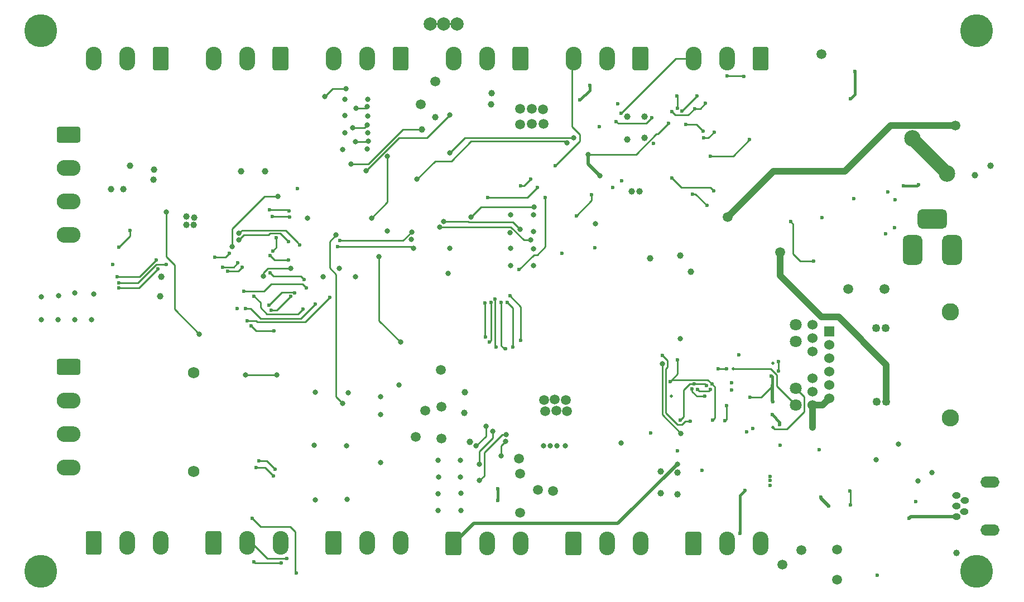
<source format=gbr>
G04 #@! TF.GenerationSoftware,KiCad,Pcbnew,5.1.7-a382d34a8~88~ubuntu20.04.1*
G04 #@! TF.CreationDate,2021-05-17T05:52:38-05:00*
G04 #@! TF.ProjectId,access-controller,61636365-7373-42d6-936f-6e74726f6c6c,rev?*
G04 #@! TF.SameCoordinates,Original*
G04 #@! TF.FileFunction,Copper,L4,Bot*
G04 #@! TF.FilePolarity,Positive*
%FSLAX46Y46*%
G04 Gerber Fmt 4.6, Leading zero omitted, Abs format (unit mm)*
G04 Created by KiCad (PCBNEW 5.1.7-a382d34a8~88~ubuntu20.04.1) date 2021-05-17 05:52:38*
%MOMM*%
%LPD*%
G01*
G04 APERTURE LIST*
G04 #@! TA.AperFunction,ComponentPad*
%ADD10O,2.400000X3.600000*%
G04 #@! TD*
G04 #@! TA.AperFunction,ComponentPad*
%ADD11C,5.000000*%
G04 #@! TD*
G04 #@! TA.AperFunction,ComponentPad*
%ADD12C,1.750000*%
G04 #@! TD*
G04 #@! TA.AperFunction,ComponentPad*
%ADD13O,1.300000X1.000000*%
G04 #@! TD*
G04 #@! TA.AperFunction,ComponentPad*
%ADD14O,2.900000X1.700000*%
G04 #@! TD*
G04 #@! TA.AperFunction,ComponentPad*
%ADD15O,3.600000X2.400000*%
G04 #@! TD*
G04 #@! TA.AperFunction,ComponentPad*
%ADD16C,1.250000*%
G04 #@! TD*
G04 #@! TA.AperFunction,ComponentPad*
%ADD17R,1.524000X1.524000*%
G04 #@! TD*
G04 #@! TA.AperFunction,ComponentPad*
%ADD18C,1.524000*%
G04 #@! TD*
G04 #@! TA.AperFunction,ComponentPad*
%ADD19C,1.800000*%
G04 #@! TD*
G04 #@! TA.AperFunction,ComponentPad*
%ADD20C,2.610000*%
G04 #@! TD*
G04 #@! TA.AperFunction,ComponentPad*
%ADD21C,2.630000*%
G04 #@! TD*
G04 #@! TA.AperFunction,ViaPad*
%ADD22C,1.500000*%
G04 #@! TD*
G04 #@! TA.AperFunction,ViaPad*
%ADD23C,0.800000*%
G04 #@! TD*
G04 #@! TA.AperFunction,ViaPad*
%ADD24C,1.000000*%
G04 #@! TD*
G04 #@! TA.AperFunction,ViaPad*
%ADD25C,0.600000*%
G04 #@! TD*
G04 #@! TA.AperFunction,ViaPad*
%ADD26C,0.500000*%
G04 #@! TD*
G04 #@! TA.AperFunction,ViaPad*
%ADD27C,2.000000*%
G04 #@! TD*
G04 #@! TA.AperFunction,ViaPad*
%ADD28C,2.500000*%
G04 #@! TD*
G04 #@! TA.AperFunction,Conductor*
%ADD29C,0.500000*%
G04 #@! TD*
G04 #@! TA.AperFunction,Conductor*
%ADD30C,0.250000*%
G04 #@! TD*
G04 #@! TA.AperFunction,Conductor*
%ADD31C,0.400000*%
G04 #@! TD*
G04 #@! TA.AperFunction,Conductor*
%ADD32C,2.000000*%
G04 #@! TD*
G04 #@! TA.AperFunction,Conductor*
%ADD33C,1.000000*%
G04 #@! TD*
G04 APERTURE END LIST*
D10*
X221740000Y-38700000D03*
X226820000Y-38700000D03*
G04 #@! TA.AperFunction,ComponentPad*
G36*
G01*
X233100000Y-37233600D02*
X233100000Y-40166400D01*
G75*
G02*
X232766400Y-40500000I-333600J0D01*
G01*
X231033600Y-40500000D01*
G75*
G02*
X230700000Y-40166400I0J333600D01*
G01*
X230700000Y-37233600D01*
G75*
G02*
X231033600Y-36900000I333600J0D01*
G01*
X232766400Y-36900000D01*
G75*
G02*
X233100000Y-37233600I0J-333600D01*
G01*
G37*
G04 #@! TD.AperFunction*
D11*
X122700000Y-34500000D03*
X264700000Y-34500000D03*
X122700000Y-116500000D03*
X264700000Y-116500000D03*
D12*
X145900000Y-101400000D03*
X145900000Y-86400000D03*
D13*
X261645400Y-105007400D03*
X261645400Y-108207800D03*
X262839200Y-107420400D03*
X262864600Y-105794800D03*
X261645400Y-106607600D03*
D14*
X266700000Y-102950000D03*
X266700000Y-110239800D03*
D15*
X126900000Y-65500000D03*
X126900000Y-60420000D03*
X126900000Y-55340000D03*
G04 #@! TA.AperFunction,ComponentPad*
G36*
G01*
X125433600Y-49060000D02*
X128366400Y-49060000D01*
G75*
G02*
X128700000Y-49393600I0J-333600D01*
G01*
X128700000Y-51126400D01*
G75*
G02*
X128366400Y-51460000I-333600J0D01*
G01*
X125433600Y-51460000D01*
G75*
G02*
X125100000Y-51126400I0J333600D01*
G01*
X125100000Y-49393600D01*
G75*
G02*
X125433600Y-49060000I333600J0D01*
G01*
G37*
G04 #@! TD.AperFunction*
D10*
X203500000Y-38700000D03*
X208580000Y-38700000D03*
G04 #@! TA.AperFunction,ComponentPad*
G36*
G01*
X214860000Y-37233600D02*
X214860000Y-40166400D01*
G75*
G02*
X214526400Y-40500000I-333600J0D01*
G01*
X212793600Y-40500000D01*
G75*
G02*
X212460000Y-40166400I0J333600D01*
G01*
X212460000Y-37233600D01*
G75*
G02*
X212793600Y-36900000I333600J0D01*
G01*
X214526400Y-36900000D01*
G75*
G02*
X214860000Y-37233600I0J-333600D01*
G01*
G37*
G04 #@! TD.AperFunction*
X185300000Y-38700000D03*
X190380000Y-38700000D03*
G04 #@! TA.AperFunction,ComponentPad*
G36*
G01*
X196660000Y-37233600D02*
X196660000Y-40166400D01*
G75*
G02*
X196326400Y-40500000I-333600J0D01*
G01*
X194593600Y-40500000D01*
G75*
G02*
X194260000Y-40166400I0J333600D01*
G01*
X194260000Y-37233600D01*
G75*
G02*
X194593600Y-36900000I333600J0D01*
G01*
X196326400Y-36900000D01*
G75*
G02*
X196660000Y-37233600I0J-333600D01*
G01*
G37*
G04 #@! TD.AperFunction*
X167120000Y-38700000D03*
X172200000Y-38700000D03*
G04 #@! TA.AperFunction,ComponentPad*
G36*
G01*
X178480000Y-37233600D02*
X178480000Y-40166400D01*
G75*
G02*
X178146400Y-40500000I-333600J0D01*
G01*
X176413600Y-40500000D01*
G75*
G02*
X176080000Y-40166400I0J333600D01*
G01*
X176080000Y-37233600D01*
G75*
G02*
X176413600Y-36900000I333600J0D01*
G01*
X178146400Y-36900000D01*
G75*
G02*
X178480000Y-37233600I0J-333600D01*
G01*
G37*
G04 #@! TD.AperFunction*
X148900000Y-38700000D03*
X153980000Y-38700000D03*
G04 #@! TA.AperFunction,ComponentPad*
G36*
G01*
X160260000Y-37233600D02*
X160260000Y-40166400D01*
G75*
G02*
X159926400Y-40500000I-333600J0D01*
G01*
X158193600Y-40500000D01*
G75*
G02*
X157860000Y-40166400I0J333600D01*
G01*
X157860000Y-37233600D01*
G75*
G02*
X158193600Y-36900000I333600J0D01*
G01*
X159926400Y-36900000D01*
G75*
G02*
X160260000Y-37233600I0J-333600D01*
G01*
G37*
G04 #@! TD.AperFunction*
X130720000Y-38700000D03*
X135800000Y-38700000D03*
G04 #@! TA.AperFunction,ComponentPad*
G36*
G01*
X142080000Y-37233600D02*
X142080000Y-40166400D01*
G75*
G02*
X141746400Y-40500000I-333600J0D01*
G01*
X140013600Y-40500000D01*
G75*
G02*
X139680000Y-40166400I0J333600D01*
G01*
X139680000Y-37233600D01*
G75*
G02*
X140013600Y-36900000I333600J0D01*
G01*
X141746400Y-36900000D01*
G75*
G02*
X142080000Y-37233600I0J-333600D01*
G01*
G37*
G04 #@! TD.AperFunction*
D15*
X126900000Y-100740000D03*
X126900000Y-95660000D03*
X126900000Y-90580000D03*
G04 #@! TA.AperFunction,ComponentPad*
G36*
G01*
X125433600Y-84300000D02*
X128366400Y-84300000D01*
G75*
G02*
X128700000Y-84633600I0J-333600D01*
G01*
X128700000Y-86366400D01*
G75*
G02*
X128366400Y-86700000I-333600J0D01*
G01*
X125433600Y-86700000D01*
G75*
G02*
X125100000Y-86366400I0J333600D01*
G01*
X125100000Y-84633600D01*
G75*
G02*
X125433600Y-84300000I333600J0D01*
G01*
G37*
G04 #@! TD.AperFunction*
D10*
X213660000Y-112300000D03*
X208580000Y-112300000D03*
G04 #@! TA.AperFunction,ComponentPad*
G36*
G01*
X202300000Y-113766400D02*
X202300000Y-110833600D01*
G75*
G02*
X202633600Y-110500000I333600J0D01*
G01*
X204366400Y-110500000D01*
G75*
G02*
X204700000Y-110833600I0J-333600D01*
G01*
X204700000Y-113766400D01*
G75*
G02*
X204366400Y-114100000I-333600J0D01*
G01*
X202633600Y-114100000D01*
G75*
G02*
X202300000Y-113766400I0J333600D01*
G01*
G37*
G04 #@! TD.AperFunction*
X231860000Y-112300000D03*
X226780000Y-112300000D03*
G04 #@! TA.AperFunction,ComponentPad*
G36*
G01*
X220500000Y-113766400D02*
X220500000Y-110833600D01*
G75*
G02*
X220833600Y-110500000I333600J0D01*
G01*
X222566400Y-110500000D01*
G75*
G02*
X222900000Y-110833600I0J-333600D01*
G01*
X222900000Y-113766400D01*
G75*
G02*
X222566400Y-114100000I-333600J0D01*
G01*
X220833600Y-114100000D01*
G75*
G02*
X220500000Y-113766400I0J333600D01*
G01*
G37*
G04 #@! TD.AperFunction*
X195460000Y-112300000D03*
X190380000Y-112300000D03*
G04 #@! TA.AperFunction,ComponentPad*
G36*
G01*
X184100000Y-113766400D02*
X184100000Y-110833600D01*
G75*
G02*
X184433600Y-110500000I333600J0D01*
G01*
X186166400Y-110500000D01*
G75*
G02*
X186500000Y-110833600I0J-333600D01*
G01*
X186500000Y-113766400D01*
G75*
G02*
X186166400Y-114100000I-333600J0D01*
G01*
X184433600Y-114100000D01*
G75*
G02*
X184100000Y-113766400I0J333600D01*
G01*
G37*
G04 #@! TD.AperFunction*
X177260000Y-112200000D03*
X172180000Y-112200000D03*
G04 #@! TA.AperFunction,ComponentPad*
G36*
G01*
X165900000Y-113666400D02*
X165900000Y-110733600D01*
G75*
G02*
X166233600Y-110400000I333600J0D01*
G01*
X167966400Y-110400000D01*
G75*
G02*
X168300000Y-110733600I0J-333600D01*
G01*
X168300000Y-113666400D01*
G75*
G02*
X167966400Y-114000000I-333600J0D01*
G01*
X166233600Y-114000000D01*
G75*
G02*
X165900000Y-113666400I0J333600D01*
G01*
G37*
G04 #@! TD.AperFunction*
X159060000Y-112200000D03*
X153980000Y-112200000D03*
G04 #@! TA.AperFunction,ComponentPad*
G36*
G01*
X147700000Y-113666400D02*
X147700000Y-110733600D01*
G75*
G02*
X148033600Y-110400000I333600J0D01*
G01*
X149766400Y-110400000D01*
G75*
G02*
X150100000Y-110733600I0J-333600D01*
G01*
X150100000Y-113666400D01*
G75*
G02*
X149766400Y-114000000I-333600J0D01*
G01*
X148033600Y-114000000D01*
G75*
G02*
X147700000Y-113666400I0J333600D01*
G01*
G37*
G04 #@! TD.AperFunction*
X140860000Y-112200000D03*
X135780000Y-112200000D03*
G04 #@! TA.AperFunction,ComponentPad*
G36*
G01*
X129500000Y-113666400D02*
X129500000Y-110733600D01*
G75*
G02*
X129833600Y-110400000I333600J0D01*
G01*
X131566400Y-110400000D01*
G75*
G02*
X131900000Y-110733600I0J-333600D01*
G01*
X131900000Y-113666400D01*
G75*
G02*
X131566400Y-114000000I-333600J0D01*
G01*
X129833600Y-114000000D01*
G75*
G02*
X129500000Y-113666400I0J333600D01*
G01*
G37*
G04 #@! TD.AperFunction*
G04 #@! TA.AperFunction,ComponentPad*
G36*
G01*
X256450000Y-66250000D02*
X256450000Y-69250000D01*
G75*
G02*
X255700000Y-70000000I-750000J0D01*
G01*
X254200000Y-70000000D01*
G75*
G02*
X253450000Y-69250000I0J750000D01*
G01*
X253450000Y-66250000D01*
G75*
G02*
X254200000Y-65500000I750000J0D01*
G01*
X255700000Y-65500000D01*
G75*
G02*
X256450000Y-66250000I0J-750000D01*
G01*
G37*
G04 #@! TD.AperFunction*
G04 #@! TA.AperFunction,ComponentPad*
G36*
G01*
X262450000Y-66250000D02*
X262450000Y-69250000D01*
G75*
G02*
X261700000Y-70000000I-750000J0D01*
G01*
X260200000Y-70000000D01*
G75*
G02*
X259450000Y-69250000I0J750000D01*
G01*
X259450000Y-66250000D01*
G75*
G02*
X260200000Y-65500000I750000J0D01*
G01*
X261700000Y-65500000D01*
G75*
G02*
X262450000Y-66250000I0J-750000D01*
G01*
G37*
G04 #@! TD.AperFunction*
G04 #@! TA.AperFunction,ComponentPad*
G36*
G01*
X260200000Y-62300000D02*
X260200000Y-63800000D01*
G75*
G02*
X259450000Y-64550000I-750000J0D01*
G01*
X256450000Y-64550000D01*
G75*
G02*
X255700000Y-63800000I0J750000D01*
G01*
X255700000Y-62300000D01*
G75*
G02*
X256450000Y-61550000I750000J0D01*
G01*
X259450000Y-61550000D01*
G75*
G02*
X260200000Y-62300000I0J-750000D01*
G01*
G37*
G04 #@! TD.AperFunction*
D16*
X250970000Y-90770000D03*
X249510000Y-90780000D03*
X250860000Y-79600000D03*
X249400000Y-79610000D03*
D17*
X242300000Y-80130000D03*
D18*
X242300000Y-82162000D03*
X242300000Y-84194000D03*
X242300000Y-86226000D03*
X242300000Y-88258000D03*
X242300000Y-90290000D03*
X239760000Y-79114000D03*
X239760000Y-81146000D03*
X239760000Y-83178000D03*
X239760000Y-87242000D03*
X239760000Y-89274000D03*
X239760000Y-91306000D03*
D19*
X237220000Y-79114000D03*
X237220000Y-81654000D03*
X237220000Y-88766000D03*
X237220000Y-91306000D03*
D20*
X260715000Y-93274500D03*
D21*
X260715000Y-77145500D03*
D22*
X250680000Y-73650000D03*
X197150000Y-46350000D03*
X195400000Y-46350000D03*
X198900000Y-46450000D03*
X197200000Y-48650000D03*
X195400000Y-48700000D03*
X198950000Y-48600000D03*
X182500000Y-42200000D03*
X180350000Y-45650000D03*
X200700000Y-90400000D03*
X199050000Y-90500000D03*
X202350000Y-90500000D03*
X199250000Y-92200000D03*
X202500000Y-92200000D03*
X200900000Y-92100000D03*
X181000000Y-92150000D03*
X179600000Y-96100000D03*
X200400000Y-104300000D03*
X195450000Y-107600000D03*
X195200000Y-99450000D03*
D23*
X186350000Y-99700000D03*
X186350000Y-102200000D03*
X186400000Y-104700000D03*
X186450000Y-107300000D03*
X182950000Y-107300000D03*
X182950000Y-104750000D03*
X183050000Y-102200000D03*
X182950000Y-99700000D03*
X172250000Y-52450000D03*
X172300000Y-50000000D03*
X172300000Y-47400000D03*
X172300000Y-44900000D03*
X168850000Y-49950000D03*
X168850000Y-47350000D03*
X168850000Y-44900000D03*
X167950000Y-70550000D03*
X165500000Y-71800000D03*
X170450000Y-71800000D03*
X184500000Y-71300000D03*
X194000000Y-70100000D03*
X194000000Y-67500000D03*
X193950000Y-62450000D03*
X197450000Y-62450000D03*
X197450000Y-64950000D03*
X197400000Y-67550000D03*
X197450000Y-70100000D03*
D22*
X241100000Y-38000000D03*
D23*
X122800000Y-74850000D03*
X130400000Y-78350000D03*
X127850000Y-78350000D03*
X125300000Y-78300000D03*
X122750000Y-78350000D03*
D24*
X139900000Y-55600000D03*
X136250000Y-55000000D03*
X153100000Y-55800000D03*
X156750000Y-55850000D03*
D23*
X164350000Y-89350000D03*
X169300000Y-89400000D03*
X164200000Y-97400000D03*
X169100000Y-97450000D03*
X169200000Y-105600000D03*
X164300000Y-105650000D03*
X252800000Y-97200000D03*
X249450000Y-99600000D03*
X255750000Y-102800000D03*
X257860000Y-101519611D03*
D25*
X255400000Y-105900000D03*
D24*
X261650000Y-113700000D03*
D22*
X243500000Y-113250000D03*
D25*
X249600000Y-117150000D03*
D23*
X206850000Y-63750000D03*
D25*
X161650000Y-58450000D03*
D24*
X187050000Y-89350000D03*
X186950000Y-92450000D03*
D23*
X210750000Y-97050000D03*
D24*
X216750000Y-101400000D03*
X216750000Y-104700000D03*
X219300000Y-104800000D03*
D25*
X215250000Y-95500000D03*
X219300000Y-98250000D03*
X228600000Y-83700000D03*
D23*
X219750000Y-81250000D03*
D25*
X210200000Y-45550000D03*
D24*
X214250000Y-47500000D03*
X211700000Y-47500000D03*
X211700000Y-51000000D03*
D26*
X233750000Y-84900000D03*
D25*
X223000000Y-101200000D03*
X230700000Y-94850000D03*
X234850000Y-97350000D03*
X240750000Y-98050000D03*
D26*
X218350000Y-89974979D03*
D25*
X229750000Y-95350000D03*
D22*
X243478072Y-117774990D03*
D24*
X144800000Y-62700000D03*
X146000000Y-62800000D03*
X144750000Y-63900000D03*
X145850000Y-63900000D03*
D23*
X127850000Y-74274968D03*
X130724348Y-74424968D03*
X125432660Y-74724979D03*
D24*
X140965339Y-71838278D03*
D25*
X227500000Y-87900000D03*
X227500000Y-89000000D03*
D24*
X140814492Y-74761340D03*
D23*
X178926431Y-66163658D03*
X168524990Y-52484340D03*
X193862340Y-65137660D03*
D25*
X207408459Y-49033449D03*
D24*
X214280024Y-50724979D03*
X219321759Y-101521759D03*
D25*
X241240000Y-62850000D03*
X246050000Y-59960010D03*
X250890000Y-65310000D03*
X252240000Y-64360000D03*
X252340000Y-60150000D03*
X251190000Y-58970000D03*
D24*
X266750000Y-54970000D03*
X264390000Y-56440000D03*
D25*
X206760000Y-67380000D03*
D24*
X215160000Y-69000000D03*
X219710000Y-68590000D03*
X221320000Y-71030000D03*
D25*
X254450000Y-108450000D03*
X233350000Y-102100000D03*
X233350000Y-102750000D03*
X233350000Y-103450000D03*
D23*
X202275000Y-97500000D03*
X201000000Y-97500000D03*
X200000000Y-97500000D03*
X199000000Y-97500000D03*
X174000000Y-68750000D03*
X177250000Y-81750000D03*
D25*
X158250000Y-101000000D03*
D23*
X156500000Y-71750000D03*
D25*
X155825021Y-99750000D03*
D23*
X160650056Y-70535901D03*
D25*
X157800000Y-62650000D03*
X160425008Y-62751910D03*
X160575076Y-74775076D03*
X157671274Y-76874990D03*
X157400000Y-61650000D03*
X160350000Y-61850000D03*
X157324990Y-76100000D03*
X161200077Y-74250488D03*
D23*
X167500000Y-65500000D03*
X168500000Y-91000000D03*
D22*
X245230000Y-73650000D03*
X195400000Y-101700000D03*
X198100000Y-104150000D03*
X238100000Y-113300000D03*
X235200000Y-115500000D03*
D24*
X191050000Y-43950000D03*
X191000000Y-45650000D03*
D23*
X172000000Y-55750000D03*
X184750000Y-47250000D03*
D25*
X203921418Y-62555316D03*
X209500000Y-58250000D03*
X206250000Y-59375010D03*
D24*
X212310000Y-58860000D03*
X213500000Y-58880000D03*
D25*
X210805010Y-57233288D03*
D24*
X182500000Y-47600000D03*
X180500000Y-49500000D03*
D27*
X185850000Y-33450000D03*
X183800000Y-33450000D03*
X181750000Y-33500000D03*
D23*
X169750000Y-54750000D03*
D25*
X206000000Y-42750000D03*
X204500000Y-45000000D03*
D23*
X219250000Y-100250000D03*
D25*
X195500000Y-58000000D03*
X197000000Y-57000000D03*
X210750000Y-47000000D03*
X221250000Y-93750000D03*
X217000000Y-83750000D03*
X160050000Y-114600000D03*
X159150000Y-115225010D03*
X155024957Y-115060387D03*
D23*
X191250000Y-95250000D03*
X189250000Y-100250000D03*
D25*
X191625001Y-75184955D03*
X191750000Y-82500000D03*
D23*
X170500000Y-46250000D03*
X172250000Y-46000000D03*
X190250000Y-94500000D03*
X188750000Y-97500000D03*
D25*
X191000000Y-75750000D03*
X190750000Y-81750000D03*
X134550000Y-73550000D03*
X140450000Y-70650000D03*
X150250000Y-70350000D03*
X152600000Y-69700000D03*
X153250000Y-70350000D03*
X134493914Y-72751957D03*
X141706795Y-69977104D03*
X151050000Y-70975010D03*
D23*
X197500000Y-61250000D03*
X187974946Y-62786240D03*
X183804707Y-63417940D03*
X195424777Y-64649458D03*
D25*
X134500000Y-67300000D03*
X136200000Y-64800000D03*
X134300000Y-71800000D03*
X149100000Y-68850000D03*
X151300000Y-68250000D03*
X140224643Y-69241348D03*
X190124990Y-81000000D03*
X190045999Y-75826730D03*
D23*
X184750000Y-53000000D03*
X203500000Y-50750000D03*
X193250000Y-96750000D03*
X192500000Y-99000000D03*
D25*
X192500000Y-75750000D03*
X193185919Y-82725811D03*
D23*
X170475010Y-51308276D03*
X172375033Y-51250000D03*
D25*
X210000000Y-48250000D03*
X215375859Y-47717050D03*
D23*
X217000000Y-85000000D03*
X219821223Y-95583358D03*
X179750000Y-57000000D03*
X202500000Y-51500000D03*
X165750000Y-44500000D03*
X169000000Y-43250000D03*
D25*
X195500000Y-81500000D03*
X190500000Y-59750000D03*
X198000000Y-58250000D03*
X193859112Y-74729205D03*
X200750000Y-55000000D03*
X199250000Y-59750000D03*
X195250000Y-70750000D03*
D23*
X183250000Y-64250000D03*
X197000000Y-66250000D03*
X151750000Y-67250000D03*
X158681505Y-59626185D03*
X170000000Y-49250000D03*
X172250000Y-48750000D03*
D25*
X166500000Y-74950000D03*
X154000000Y-78500000D03*
X164350000Y-75950000D03*
X153738343Y-76624902D03*
D23*
X179250000Y-67500000D03*
X152737340Y-65237340D03*
D25*
X162000000Y-67000000D03*
X167750000Y-67250000D03*
D23*
X152750000Y-66250000D03*
X179000000Y-65000000D03*
D25*
X160250000Y-66500000D03*
X168054707Y-66332060D03*
D23*
X189250000Y-102750000D03*
X193262660Y-95737340D03*
D25*
X193500000Y-75750000D03*
X194277132Y-82521010D03*
X154750000Y-108500000D03*
X161500000Y-116750000D03*
X158000000Y-102000000D03*
X155375010Y-100750000D03*
X155000000Y-74750000D03*
X162500000Y-76750000D03*
X153500000Y-74000000D03*
X163000000Y-73500000D03*
X223651469Y-88307426D03*
X221804771Y-88085314D03*
X219750000Y-93600000D03*
X158050000Y-80050000D03*
X154624990Y-79275030D03*
X226750000Y-85750000D03*
X225500000Y-85750000D03*
X162649344Y-72196458D03*
X157500000Y-71250000D03*
X223450000Y-89950000D03*
X221511615Y-88829679D03*
X160300000Y-69250000D03*
X157474968Y-68571727D03*
X157924979Y-67879609D03*
X158450716Y-65875010D03*
X224527557Y-88109477D03*
X219326000Y-84388500D03*
X224650000Y-93600000D03*
X218200000Y-87700000D03*
X226729960Y-91403307D03*
X226522042Y-93675011D03*
X224296769Y-88875477D03*
X222337325Y-88887867D03*
D24*
X133350000Y-58550000D03*
X135200000Y-58550000D03*
X139800000Y-57050000D03*
D22*
X183350000Y-85950000D03*
X183500000Y-91550000D03*
X183450000Y-96400000D03*
D23*
X175250000Y-64900000D03*
X172850000Y-62900000D03*
X163150000Y-62950000D03*
D25*
X133584985Y-69960182D03*
X152500000Y-76600000D03*
D23*
X184750000Y-67500000D03*
D24*
X187809809Y-96893460D03*
D23*
X175262660Y-53512660D03*
D25*
X229500000Y-104250000D03*
X228750000Y-110750000D03*
X192000000Y-105750000D03*
X192000000Y-104000000D03*
X201750000Y-68250000D03*
D23*
X174250000Y-90000000D03*
X177000000Y-88250000D03*
X174250000Y-92750000D03*
X174250000Y-100000000D03*
D25*
X241050000Y-105250000D03*
X242250000Y-106650000D03*
X245550000Y-106450000D03*
X245450000Y-104300000D03*
D28*
X260200000Y-56150000D03*
X254900000Y-50850000D03*
D25*
X224250000Y-53500000D03*
X230250000Y-51000000D03*
D23*
X205750000Y-53250000D03*
X207500000Y-56500000D03*
D25*
X218422499Y-46765036D03*
X217950000Y-48540000D03*
X223548701Y-45497422D03*
X221895384Y-46299256D03*
D23*
X141750000Y-62000000D03*
X146750000Y-80500000D03*
X153750000Y-86750000D03*
X158500000Y-86750000D03*
D25*
X218440000Y-56840000D03*
X224800000Y-58780000D03*
X223750000Y-61000000D03*
X221530338Y-59280338D03*
X215645966Y-51562928D03*
X219999996Y-46669000D03*
X222276445Y-44363862D03*
D24*
X239750000Y-94700000D03*
D25*
X233650000Y-88450000D03*
X233550000Y-86850000D03*
X230300000Y-90100000D03*
X234650000Y-86100000D03*
X234650000Y-84650000D03*
X233750000Y-90750000D03*
X234800000Y-94250000D03*
X233650000Y-92750000D03*
D26*
X227724979Y-85796846D03*
X233800000Y-94650000D03*
D22*
X234850000Y-68050000D03*
D25*
X239930000Y-69420000D03*
X236440000Y-63430000D03*
X223228051Y-50771949D03*
X224855155Y-49894845D03*
X223160000Y-49720000D03*
X220590000Y-48740000D03*
X246210000Y-40660000D03*
X245550000Y-44810000D03*
X219210000Y-44351543D03*
X219257796Y-46245010D03*
X226850000Y-41360000D03*
X229370000Y-41380000D03*
D22*
X226890000Y-62760000D03*
X261460000Y-48850000D03*
D25*
X253540000Y-58040000D03*
X255820000Y-57830000D03*
D29*
X254692200Y-108207800D02*
X254450000Y-108450000D01*
X261645400Y-108207800D02*
X254692200Y-108207800D01*
D30*
X174000000Y-78500000D02*
X177250000Y-81750000D01*
X174000000Y-68750000D02*
X174000000Y-78500000D01*
X157000000Y-99750000D02*
X155825021Y-99750000D01*
X158250000Y-101000000D02*
X157000000Y-99750000D01*
X156500000Y-71184315D02*
X157148414Y-70535901D01*
X157148414Y-70535901D02*
X160650056Y-70535901D01*
X156500000Y-71750000D02*
X156500000Y-71184315D01*
X160323098Y-62650000D02*
X160425008Y-62751910D01*
X157800000Y-62650000D02*
X160323098Y-62650000D01*
X160575076Y-74775076D02*
X158475162Y-76874990D01*
X158475162Y-76874990D02*
X157671274Y-76874990D01*
X160150000Y-61650000D02*
X160350000Y-61850000D01*
X157400000Y-61650000D02*
X160150000Y-61650000D01*
X157324990Y-76100000D02*
X159274916Y-74150074D01*
X161099663Y-74150074D02*
X161200077Y-74250488D01*
X159274916Y-74150074D02*
X161099663Y-74150074D01*
X167500000Y-90000000D02*
X167500000Y-71500000D01*
X167500000Y-71500000D02*
X166500000Y-70500000D01*
X166500000Y-66500000D02*
X167500000Y-65500000D01*
X166500000Y-70500000D02*
X166500000Y-66500000D01*
X167500000Y-90000000D02*
X168500000Y-91000000D01*
X172000000Y-55750000D02*
X177000000Y-50750000D01*
X181250000Y-50750000D02*
X184750000Y-47250000D01*
X177000000Y-50750000D02*
X181250000Y-50750000D01*
X203921418Y-62555316D02*
X206250000Y-60226734D01*
X206250000Y-60226734D02*
X206250000Y-59375010D01*
X169750000Y-54750000D02*
X172363590Y-54750000D01*
X172363590Y-54750000D02*
X177613590Y-49500000D01*
X177613590Y-49500000D02*
X180500000Y-49500000D01*
D31*
X206000000Y-43500000D02*
X204500000Y-45000000D01*
X206000000Y-42750000D02*
X206000000Y-43500000D01*
D29*
X185300000Y-112300000D02*
X188350000Y-109250000D01*
X188350000Y-109250000D02*
X210250000Y-109250000D01*
X210250000Y-109250000D02*
X219250000Y-100250000D01*
D30*
X196000000Y-58000000D02*
X197000000Y-57000000D01*
X195500000Y-58000000D02*
X196000000Y-58000000D01*
X219050000Y-38700000D02*
X221740000Y-38700000D01*
X210750000Y-47000000D02*
X219050000Y-38700000D01*
X221250000Y-93750000D02*
X220500000Y-93750000D01*
X220500000Y-93750000D02*
X220000000Y-94250000D01*
X220000000Y-94250000D02*
X219250000Y-94250000D01*
X219250000Y-94250000D02*
X217500000Y-92500000D01*
X217500000Y-92500000D02*
X217500000Y-85750000D01*
X217500000Y-85750000D02*
X217750000Y-85500000D01*
X217750000Y-84500000D02*
X217000000Y-83750000D01*
X217750000Y-85500000D02*
X217750000Y-84500000D01*
X153980000Y-112200000D02*
X154650000Y-112200000D01*
X157050000Y-114600000D02*
X160050000Y-114600000D01*
X154650000Y-112200000D02*
X157050000Y-114600000D01*
X155189580Y-115225010D02*
X155024957Y-115060387D01*
X159150000Y-115225010D02*
X155189580Y-115225010D01*
X191250000Y-96323004D02*
X189250000Y-98323004D01*
X189250000Y-98323004D02*
X189250000Y-100250000D01*
X191250000Y-95250000D02*
X191250000Y-96323004D01*
X191625001Y-75184955D02*
X191625001Y-82375001D01*
X191625001Y-82375001D02*
X191750000Y-82500000D01*
X172000000Y-46250000D02*
X172250000Y-46000000D01*
X170500000Y-46250000D02*
X172000000Y-46250000D01*
X190250000Y-96000000D02*
X188750000Y-97500000D01*
X190250000Y-94500000D02*
X190250000Y-96000000D01*
X191000000Y-75750000D02*
X191000000Y-81500000D01*
X191000000Y-81500000D02*
X190750000Y-81750000D01*
X137550000Y-73550000D02*
X140450000Y-70650000D01*
X134550000Y-73550000D02*
X137550000Y-73550000D01*
X151950000Y-70350000D02*
X152600000Y-69700000D01*
X150250000Y-70350000D02*
X151950000Y-70350000D01*
X137423039Y-72751957D02*
X140197892Y-69977104D01*
X134493914Y-72751957D02*
X137423039Y-72751957D01*
X140197892Y-69977104D02*
X141706795Y-69977104D01*
X153250000Y-70350000D02*
X152624990Y-70975010D01*
X152624990Y-70975010D02*
X151050000Y-70975010D01*
X189511186Y-61250000D02*
X187974946Y-62786240D01*
X197500000Y-61250000D02*
X189511186Y-61250000D01*
X183804707Y-63417940D02*
X187533642Y-63417940D01*
X187533642Y-63417940D02*
X187626944Y-63511242D01*
X187626944Y-63511242D02*
X194286561Y-63511242D01*
X194286561Y-63511242D02*
X195424777Y-64649458D01*
X136200000Y-65600000D02*
X136200000Y-64800000D01*
X134500000Y-67300000D02*
X136200000Y-65600000D01*
X150700000Y-68850000D02*
X151300000Y-68250000D01*
X149100000Y-68850000D02*
X150700000Y-68850000D01*
X137665991Y-71800000D02*
X140224643Y-69241348D01*
X134300000Y-71800000D02*
X137665991Y-71800000D01*
X190045999Y-80921009D02*
X190124990Y-81000000D01*
X190045999Y-75826730D02*
X190045999Y-80921009D01*
X187000000Y-50750000D02*
X203500000Y-50750000D01*
X184750000Y-53000000D02*
X187000000Y-50750000D01*
X192500000Y-97500000D02*
X192500000Y-99000000D01*
X193250000Y-96750000D02*
X192500000Y-97500000D01*
X192500000Y-75750000D02*
X192500000Y-82250000D01*
X192975811Y-82725811D02*
X193185919Y-82725811D01*
X192500000Y-82250000D02*
X192975811Y-82725811D01*
X170475010Y-51308276D02*
X172316757Y-51308276D01*
X172316757Y-51308276D02*
X172375033Y-51250000D01*
X210000000Y-48250000D02*
X210299999Y-48549999D01*
X210299999Y-48549999D02*
X214542910Y-48549999D01*
X214542910Y-48549999D02*
X215375859Y-47717050D01*
X217000000Y-85000000D02*
X217000000Y-92762135D01*
X217000000Y-92762135D02*
X219821223Y-95583358D01*
X179750000Y-57000000D02*
X182500000Y-54250000D01*
X182500000Y-54250000D02*
X185000000Y-54250000D01*
X185000000Y-54250000D02*
X188000000Y-51250000D01*
X202250000Y-51250000D02*
X202500000Y-51500000D01*
X188000000Y-51250000D02*
X202250000Y-51250000D01*
X167000000Y-43250000D02*
X169000000Y-43250000D01*
X165750000Y-44500000D02*
X167000000Y-43250000D01*
X190500000Y-59750000D02*
X196500000Y-59750000D01*
X196500000Y-59750000D02*
X198000000Y-58250000D01*
X195500000Y-81500000D02*
X195500000Y-76370093D01*
X195500000Y-76370093D02*
X193859112Y-74729205D01*
X200750000Y-55000000D02*
X204500000Y-51250000D01*
X204500000Y-51250000D02*
X204500000Y-50250000D01*
X204500000Y-50250000D02*
X203250000Y-49000000D01*
X203250000Y-49000000D02*
X203250000Y-38950000D01*
X203250000Y-38950000D02*
X203500000Y-38700000D01*
X198000000Y-68500000D02*
X199250000Y-67250000D01*
X199250000Y-67250000D02*
X199250000Y-59750000D01*
X197500000Y-68500000D02*
X198000000Y-68500000D01*
X195250000Y-70750000D02*
X197500000Y-68500000D01*
X183250000Y-64250000D02*
X194000000Y-64250000D01*
X194000000Y-64250000D02*
X196000000Y-66250000D01*
X196000000Y-66250000D02*
X197000000Y-66250000D01*
X151750000Y-64500000D02*
X156623815Y-59626185D01*
X151750000Y-67250000D02*
X151750000Y-64500000D01*
X156623815Y-59626185D02*
X158681505Y-59626185D01*
X171750000Y-49250000D02*
X172250000Y-48750000D01*
X170000000Y-49250000D02*
X171750000Y-49250000D01*
X162799980Y-78650020D02*
X155523367Y-78650020D01*
X166500000Y-74950000D02*
X162799980Y-78650020D01*
X154000000Y-78500000D02*
X155373347Y-78500000D01*
X155373347Y-78500000D02*
X155523367Y-78650020D01*
X162099991Y-78200009D02*
X156061842Y-78200009D01*
X156061842Y-78200009D02*
X154486735Y-76624902D01*
X164350000Y-75950000D02*
X162099991Y-78200009D01*
X154486735Y-76624902D02*
X153738343Y-76624902D01*
X179000000Y-67250000D02*
X179250000Y-67500000D01*
X167750000Y-67250000D02*
X179000000Y-67250000D01*
X153224680Y-64750000D02*
X152737340Y-65237340D01*
X159815685Y-64750000D02*
X153224680Y-64750000D01*
X161750000Y-66684315D02*
X159815685Y-64750000D01*
X161750000Y-66750000D02*
X162000000Y-67000000D01*
X161750000Y-66684315D02*
X161750000Y-66750000D01*
X152750000Y-66250000D02*
X153500000Y-65500000D01*
X153500000Y-65500000D02*
X157250000Y-65500000D01*
X157250000Y-65500000D02*
X157500000Y-65250000D01*
X157500000Y-65250000D02*
X159000000Y-65250000D01*
X177667940Y-66332060D02*
X168054707Y-66332060D01*
X179000000Y-65000000D02*
X177667940Y-66332060D01*
X159000000Y-65250000D02*
X160250000Y-66500000D01*
X189975002Y-98459313D02*
X192696975Y-95737340D01*
X189250000Y-102750000D02*
X189975002Y-102024998D01*
X189975002Y-102024998D02*
X189975002Y-98459313D01*
X192696975Y-95737340D02*
X193262660Y-95737340D01*
X194277132Y-76527132D02*
X194277132Y-82521010D01*
X193500000Y-75750000D02*
X194277132Y-76527132D01*
X154750000Y-108500000D02*
X156000000Y-109750000D01*
X156000000Y-109750000D02*
X160500000Y-109750000D01*
X160500000Y-109750000D02*
X161250000Y-110500000D01*
X161250000Y-116500000D02*
X161500000Y-116750000D01*
X161250000Y-110500000D02*
X161250000Y-116500000D01*
X156750000Y-100750000D02*
X155375010Y-100750000D01*
X158000000Y-102000000D02*
X156750000Y-100750000D01*
X155000000Y-74750000D02*
X156000000Y-75750000D01*
X156000000Y-75750000D02*
X156000000Y-76500000D01*
X156000000Y-76500000D02*
X157000000Y-77500000D01*
X161750000Y-77500000D02*
X162500000Y-76750000D01*
X157000000Y-77500000D02*
X161750000Y-77500000D01*
X162408896Y-72908896D02*
X157641104Y-72908896D01*
X156550000Y-74000000D02*
X153500000Y-74000000D01*
X157641104Y-72908896D02*
X156550000Y-74000000D01*
X162408896Y-72908896D02*
X163000000Y-73500000D01*
X221804771Y-88085314D02*
X223429357Y-88085314D01*
X223429357Y-88085314D02*
X223651469Y-88307426D01*
X221804771Y-88085314D02*
X221164686Y-88085314D01*
X221164686Y-88085314D02*
X220250000Y-89000000D01*
X220250000Y-93100000D02*
X219750000Y-93600000D01*
X220250000Y-89000000D02*
X220250000Y-93100000D01*
X158050000Y-80050000D02*
X155399960Y-80050000D01*
X155399960Y-80050000D02*
X154624990Y-79275030D01*
X226750000Y-85750000D02*
X225500000Y-85750000D01*
X162157483Y-71704597D02*
X162649344Y-72196458D01*
X157954597Y-71704597D02*
X162157483Y-71704597D01*
X157500000Y-71250000D02*
X157954597Y-71704597D01*
X223450000Y-89950000D02*
X222207672Y-89950000D01*
X222207672Y-89950000D02*
X221511615Y-89253943D01*
X221511615Y-89253943D02*
X221511615Y-88829679D01*
X160300000Y-69250000D02*
X158153241Y-69250000D01*
X158153241Y-69250000D02*
X157474968Y-68571727D01*
X157924979Y-67879609D02*
X158450716Y-67353872D01*
X158450716Y-67353872D02*
X158450716Y-65875010D01*
X224650000Y-93600000D02*
X225000000Y-93250000D01*
X225000000Y-88581920D02*
X224527557Y-88109477D01*
X225000000Y-93250000D02*
X225000000Y-88581920D01*
X219326000Y-86574000D02*
X219326000Y-84388500D01*
X224527557Y-88109477D02*
X223868080Y-87450000D01*
X218200000Y-87700000D02*
X219326000Y-86574000D01*
X223868080Y-87450000D02*
X218450000Y-87450000D01*
X218450000Y-87450000D02*
X218200000Y-87700000D01*
X226729960Y-93467093D02*
X226522042Y-93675011D01*
X226729960Y-91403307D02*
X226729960Y-93467093D01*
X222624934Y-89175476D02*
X222337325Y-88887867D01*
X224296769Y-88875477D02*
X223996770Y-89175476D01*
X223996770Y-89175476D02*
X222624934Y-89175476D01*
X175262660Y-60487340D02*
X175262660Y-53512660D01*
X172850000Y-62900000D02*
X175262660Y-60487340D01*
D31*
X228750000Y-105000000D02*
X228750000Y-110750000D01*
X229500000Y-104250000D02*
X228750000Y-105000000D01*
X192000000Y-105750000D02*
X192000000Y-104000000D01*
D29*
X241050000Y-105450000D02*
X242250000Y-106650000D01*
X241050000Y-105250000D02*
X241050000Y-105450000D01*
D30*
X245550000Y-104400000D02*
X245450000Y-104300000D01*
X245550000Y-106450000D02*
X245550000Y-104400000D01*
D32*
X260200000Y-56150000D02*
X254900000Y-50850000D01*
D30*
X227750000Y-53500000D02*
X230250000Y-51000000D01*
X224250000Y-53500000D02*
X227750000Y-53500000D01*
D29*
X205750000Y-54750000D02*
X207500000Y-56500000D01*
X205750000Y-53250000D02*
X205750000Y-54750000D01*
D30*
X217950000Y-48540000D02*
X216310000Y-50180000D01*
X216310000Y-50180000D02*
X216110000Y-50180000D01*
X213040000Y-53250000D02*
X205750000Y-53250000D01*
X216110000Y-50180000D02*
X213040000Y-53250000D01*
X218422499Y-46765036D02*
X218951465Y-47294002D01*
X218951465Y-47294002D02*
X220900638Y-47294002D01*
X220900638Y-47294002D02*
X221895384Y-46299256D01*
X223548701Y-45497422D02*
X222746867Y-46299256D01*
X222746867Y-46299256D02*
X221895384Y-46299256D01*
X141750000Y-62000000D02*
X141750000Y-68750000D01*
X141750000Y-68750000D02*
X143000000Y-70000000D01*
X143000000Y-76750000D02*
X146750000Y-80500000D01*
X143000000Y-70000000D02*
X143000000Y-76750000D01*
X153750000Y-86750000D02*
X158500000Y-86750000D01*
X218440000Y-56840000D02*
X219860000Y-58260000D01*
X224280000Y-58260000D02*
X224800000Y-58780000D01*
X219860000Y-58260000D02*
X224280000Y-58260000D01*
X223750000Y-61000000D02*
X222030338Y-59280338D01*
X222030338Y-59280338D02*
X221530338Y-59280338D01*
X222276445Y-44392551D02*
X222276445Y-44363862D01*
X219999996Y-46669000D02*
X222276445Y-44392551D01*
D33*
X241284000Y-91306000D02*
X242300000Y-90290000D01*
X239760000Y-91306000D02*
X241284000Y-91306000D01*
X239760000Y-94690000D02*
X239750000Y-94700000D01*
X239760000Y-91306000D02*
X239760000Y-94690000D01*
D31*
X233650000Y-86950000D02*
X233550000Y-86850000D01*
X233650000Y-88450000D02*
X233650000Y-86950000D01*
D30*
X232000000Y-90100000D02*
X233650000Y-88450000D01*
X230300000Y-90100000D02*
X232000000Y-90100000D01*
X234650000Y-86100000D02*
X234650000Y-84650000D01*
D29*
X233650000Y-90650000D02*
X233750000Y-90750000D01*
X233650000Y-88450000D02*
X233650000Y-90650000D01*
D31*
X234800000Y-93900000D02*
X233650000Y-92750000D01*
X234800000Y-94250000D02*
X234800000Y-93900000D01*
D30*
X233421844Y-85796846D02*
X227724979Y-85796846D01*
X237220000Y-91306000D02*
X234349999Y-88435999D01*
X234349999Y-86725001D02*
X233421844Y-85796846D01*
X234349999Y-88435999D02*
X234349999Y-86725001D01*
X238500000Y-92300000D02*
X235900001Y-94899999D01*
X235900001Y-94899999D02*
X234049999Y-94899999D01*
X237220000Y-88766000D02*
X238500000Y-90046000D01*
X238500000Y-90046000D02*
X238500000Y-92300000D01*
X234049999Y-94899999D02*
X233800000Y-94650000D01*
D33*
X234850000Y-68050000D02*
X234850000Y-71640000D01*
X234850000Y-71640000D02*
X241160000Y-77950000D01*
X241160000Y-77950000D02*
X243720000Y-77950000D01*
X250970000Y-85200000D02*
X250970000Y-90770000D01*
X243720000Y-77950000D02*
X250970000Y-85200000D01*
D30*
X239930000Y-69420000D02*
X237950000Y-69420000D01*
X237950000Y-69420000D02*
X236850000Y-68320000D01*
X236850000Y-63840000D02*
X236440000Y-63430000D01*
X236850000Y-68320000D02*
X236850000Y-63840000D01*
X223978051Y-50771949D02*
X224855155Y-49894845D01*
X223228051Y-50771949D02*
X223978051Y-50771949D01*
X222180000Y-48740000D02*
X220590000Y-48740000D01*
X223160000Y-49720000D02*
X222180000Y-48740000D01*
D31*
X246210000Y-44150000D02*
X245550000Y-44810000D01*
X246210000Y-40660000D02*
X246210000Y-44150000D01*
D30*
X219257796Y-46245010D02*
X219257796Y-44399339D01*
X219257796Y-44399339D02*
X219210000Y-44351543D01*
X229350000Y-41360000D02*
X229370000Y-41380000D01*
X226850000Y-41360000D02*
X229350000Y-41360000D01*
D33*
X226890000Y-62760000D02*
X233860000Y-55790000D01*
X233860000Y-55790000D02*
X244660000Y-55790000D01*
X251600000Y-48850000D02*
X261460000Y-48850000D01*
X244660000Y-55790000D02*
X251600000Y-48850000D01*
D31*
X255610000Y-58040000D02*
X255820000Y-57830000D01*
X253540000Y-58040000D02*
X255610000Y-58040000D01*
M02*

</source>
